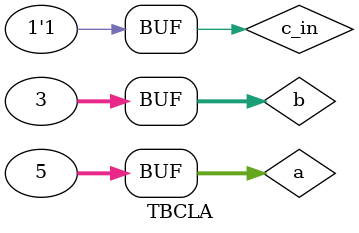
<source format=v>
module TBCLA ();
  reg [31:0] a;
  reg [31:0] b;
  reg c_in;
  wire [31:0] sum;
  wire c_out;
  carry_lookahead_adder_32bit uut (
      .a(a),
      .b(b),
      .c_in(c_in),
      .sum(sum),
      .c_out(c_out)
  );
  initial begin
    a = 32'hFFFFFFFF;
    b = 32'h00000001;
    c_in = 1;
    #50;
    a = 32'h00000001;
    b = 32'h00000001;
    c_in = 1;
    #50;
    a = 32'h00000000;
    b = 32'h00000001;
    c_in = 1;
    #50;
    a = 32'h00000002;
    b = 32'h00000001;
    c_in = 1;
    #50;
    a = 32'hFFFFFFFF;
    b = 32'h00000001;
    c_in = 0;
    #50;
    a = 32'h00000000;
    b = 32'h00000001;
    c_in = 1;
    #50;
    a = 32'h7FFFFFFF;
    b = 32'h00000001;
    c_in = 0;
    #50;
    a = 32'h7FFFFFFE;
    b = 32'h00000001;
    c_in = 0;
    #50;
    a = 32'h00000005;
    b = 32'h00000003;
    c_in = 1;
  end
endmodule

</source>
